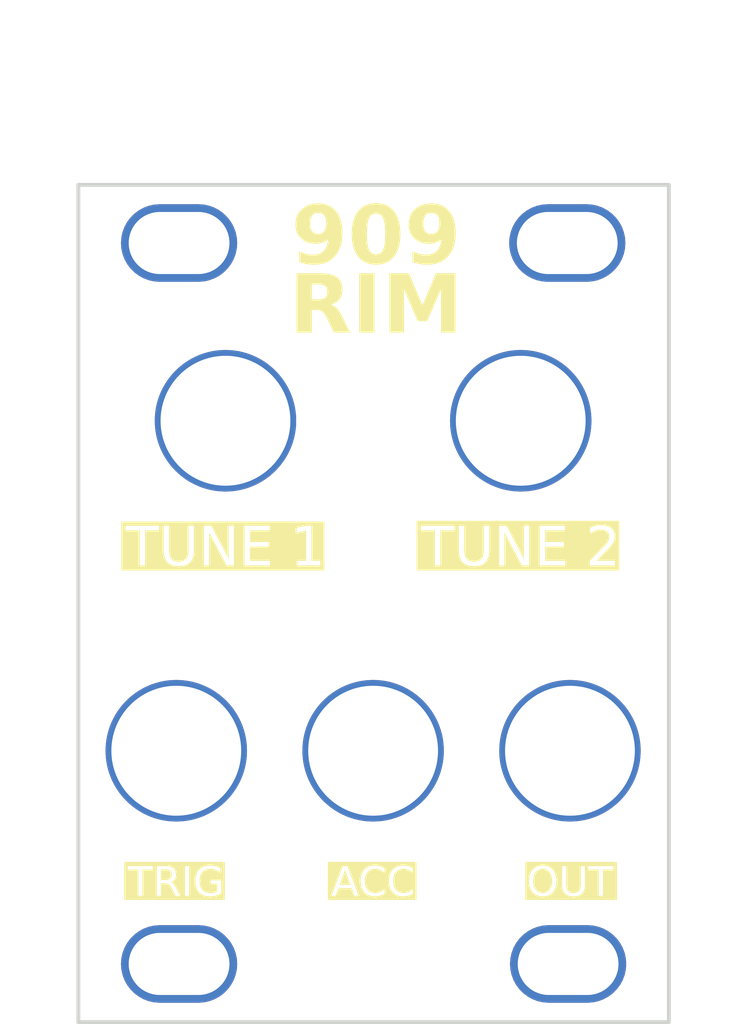
<source format=kicad_pcb>
(kicad_pcb (version 20240108) (generator "pcbnew") (generator_version "8.0")
  (layers (0 "F.Cu" signal) (31 "B.Cu" signal) (34 "B.Paste" user) (35 "F.Paste" user) (36 "B.SilkS" user "B.Silkscreen") (37 "F.SilkS" user "F.Silkscreen") (38 "B.Mask" user) (39 "F.Mask" user) (44 "Edge.Cuts" user))
  (net 0 "")
  (footprint "KraakenStuff:MountingHole_6.7mm" (layer "F.Cu") (at 49.5516 34.7682)
    (property "Reference" "" (at 0 -7.4 0) (layer "F.SilkS"))
    (property "Value" "MountingHole_6.7mm")
    (pad "" np_thru_hole circle (at 0 0) (size 7.3 7.3) (drill 6.7) (layers "*.Cu" "*.Mask"))
  )
  (footprint "KraakenStuff:MountingHole_6.7mm" (layer "F.Cu") (at 34.3116 34.7682)
    (property "Reference" "" (at 0 -7.4 0) (layer "F.SilkS"))
    (property "Value" "MountingHole_6.7mm")
    (pad "" np_thru_hole circle (at 0 0) (size 7.3 7.3) (drill 6.7) (layers "*.Cu" "*.Mask"))
  )
  (footprint "KraakenStuff:MountingHole_6.7mm" (layer "F.Cu") (at 31.7716 51.7862)
    (property "Reference" "" (at 0 -7.4 0) (layer "F.SilkS"))
    (property "Value" "MountingHole_6.7mm")
    (pad "" np_thru_hole circle (at 0 0) (size 7.3 7.3) (drill 6.7) (layers "*.Cu" "*.Mask"))
  )
  (footprint "KraakenStuff:MountingHole_6.7mm" (layer "F.Cu") (at 41.9316 51.7862)
    (property "Reference" "" (at 0 -7.4 0) (layer "F.SilkS"))
    (property "Value" "MountingHole_6.7mm")
    (pad "" np_thru_hole circle (at 0 0) (size 7.3 7.3) (drill 6.7) (layers "*.Cu" "*.Mask"))
  )
  (footprint "KraakenStuff:MountingHole_6.7mm" (layer "F.Cu") (at 52.0916 51.7862)
    (property "Reference" "" (at 0 -7.4 0) (layer "F.SilkS"))
    (property "Value" "MountingHole_6.7mm")
    (pad "" np_thru_hole circle (at 0 0) (size 7.3 7.3) (drill 6.7) (layers "*.Cu" "*.Mask"))
  )
  (footprint "KraakenStuff:Mounting Hole Elliptical" (layer "F.Cu") (at 31.917 25.6016)
    (property "Reference" "" (at 1.524 -2.032 0) (layer "F.SilkS"))
    (property "Value" "Mounting Hole Elliptical")
    (pad "" np_thru_hole roundrect (at 0 0) (size 6 4) (drill oval 5.2 3.2) (layers "*.Cu" "*.Mask") (roundrect_rratio 0.5))
  )
  (footprint "KraakenStuff:Mounting Hole Elliptical" (layer "F.Cu") (at 51.953 25.6016)
    (property "Reference" "" (at 1.524 -2.032 0) (layer "F.SilkS"))
    (property "Value" "Mounting Hole Elliptical")
    (pad "" np_thru_hole roundrect (at 0 0) (size 6 4) (drill oval 5.2 3.2) (layers "*.Cu" "*.Mask") (roundrect_rratio 0.5))
  )
  (footprint "KraakenStuff:Mounting Hole Elliptical" (layer "F.Cu") (at 51.997 62.7816)
    (property "Reference" "" (at 1.524 -2.032 0) (layer "F.SilkS"))
    (property "Value" "Mounting Hole Elliptical")
    (pad "" np_thru_hole roundrect (at 0 0) (size 6 4) (drill oval 5.2 3.2) (layers "*.Cu" "*.Mask") (roundrect_rratio 0.5))
  )
  (footprint "KraakenStuff:Mounting Hole Elliptical" (layer "F.Cu") (at 31.917 62.7816)
    (property "Reference" "" (at 1.524 -2.032 0) (layer "F.SilkS"))
    (property "Value" "Mounting Hole Elliptical")
    (pad "" np_thru_hole roundrect (at 0 0) (size 6 4) (drill oval 5.2 3.2) (layers "*.Cu" "*.Mask") (roundrect_rratio 0.5))
  )
  (gr_line (start 26.717 65.7816) (end 57.197 65.7816) (stroke (width 0.2)) (layer "Edge.Cuts"))
  (gr_line (start 26.717 22.6016) (end 57.197 22.6016) (stroke (width 0.2)) (layer "Edge.Cuts"))
  (gr_line (start 57.197 22.6016) (end 57.197 65.7816) (stroke (width 0.2)) (layer "Edge.Cuts"))
  (gr_line (start 26.717 22.6016) (end 26.717 65.7816) (stroke (width 0.2)) (layer "Edge.Cuts"))
  (gr_text "TUNE 2" (at 49.5516 41.3976 0) (layer "F.SilkS" knockout) (effects (font (size 2 2) (thickness 0.3))))
  (gr_text "ACC" (at 41.9316 58.6436 0) (layer "F.SilkS" knockout) (effects (font (size 1.5 1.5) (thickness 0.4))))
  (gr_text "OUT" (at 52.0916 58.6436 0) (layer "F.SilkS" knockout) (effects (font (size 1.5 1.5) (thickness 0.4))))
  (gr_text "TUNE 1" (at 34.3116 41.3976 0) (layer "F.SilkS" knockout) (effects (font (size 2 2) (thickness 0.25))))
  (gr_text "TRIG" (at 31.7716 58.6436 0) (layer "F.SilkS" knockout) (effects (font (size 1.5 1.5) (thickness 0.4))))
  (gr_text "909\n" (at 42.084 27.1736 0) (layer "F.SilkS") (effects (font (size 3 3) (thickness 1) (bold yes)) (justify bottom)))
  (gr_text "RIM" (at 42.084 30.7296 0) (layer "F.SilkS") (effects (font (size 3 3) (thickness 1) (bold yes)) (justify bottom)))
)
</source>
